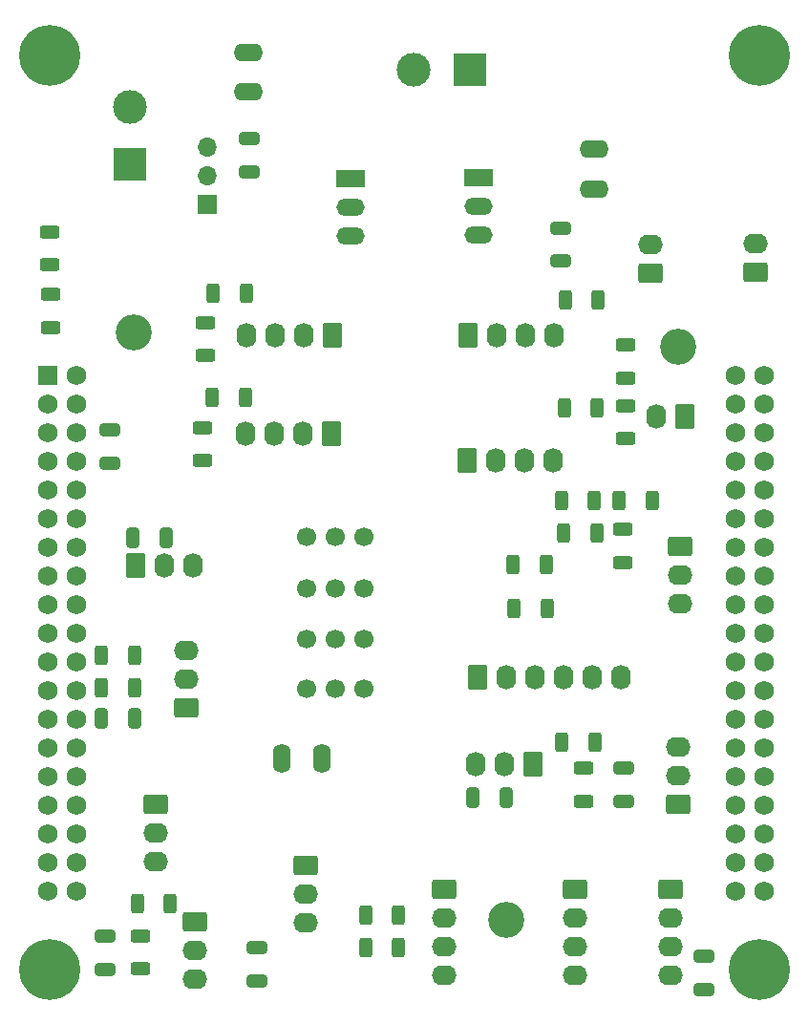
<source format=gbr>
%TF.GenerationSoftware,KiCad,Pcbnew,8.0.7-8.0.7-0~ubuntu22.04.1*%
%TF.CreationDate,2025-12-10T15:44:22+01:00*%
%TF.ProjectId,Electrobot-G474,456c6563-7472-46f6-926f-742d47343734,rev?*%
%TF.SameCoordinates,Original*%
%TF.FileFunction,Soldermask,Top*%
%TF.FilePolarity,Negative*%
%FSLAX46Y46*%
G04 Gerber Fmt 4.6, Leading zero omitted, Abs format (unit mm)*
G04 Created by KiCad (PCBNEW 8.0.7-8.0.7-0~ubuntu22.04.1) date 2025-12-10 15:44:22*
%MOMM*%
%LPD*%
G01*
G04 APERTURE LIST*
G04 Aperture macros list*
%AMRoundRect*
0 Rectangle with rounded corners*
0 $1 Rounding radius*
0 $2 $3 $4 $5 $6 $7 $8 $9 X,Y pos of 4 corners*
0 Add a 4 corners polygon primitive as box body*
4,1,4,$2,$3,$4,$5,$6,$7,$8,$9,$2,$3,0*
0 Add four circle primitives for the rounded corners*
1,1,$1+$1,$2,$3*
1,1,$1+$1,$4,$5*
1,1,$1+$1,$6,$7*
1,1,$1+$1,$8,$9*
0 Add four rect primitives between the rounded corners*
20,1,$1+$1,$2,$3,$4,$5,0*
20,1,$1+$1,$4,$5,$6,$7,0*
20,1,$1+$1,$6,$7,$8,$9,0*
20,1,$1+$1,$8,$9,$2,$3,0*%
G04 Aperture macros list end*
%ADD10RoundRect,0.250000X-0.312500X-0.625000X0.312500X-0.625000X0.312500X0.625000X-0.312500X0.625000X0*%
%ADD11RoundRect,0.250000X0.625000X-0.312500X0.625000X0.312500X-0.625000X0.312500X-0.625000X-0.312500X0*%
%ADD12C,5.400000*%
%ADD13RoundRect,0.250000X0.312500X0.625000X-0.312500X0.625000X-0.312500X-0.625000X0.312500X-0.625000X0*%
%ADD14RoundRect,0.250000X-0.325000X-0.650000X0.325000X-0.650000X0.325000X0.650000X-0.325000X0.650000X0*%
%ADD15RoundRect,0.250000X0.650000X-0.325000X0.650000X0.325000X-0.650000X0.325000X-0.650000X-0.325000X0*%
%ADD16RoundRect,0.250000X0.325000X0.650000X-0.325000X0.650000X-0.325000X-0.650000X0.325000X-0.650000X0*%
%ADD17RoundRect,0.250000X-0.625000X0.312500X-0.625000X-0.312500X0.625000X-0.312500X0.625000X0.312500X0*%
%ADD18RoundRect,0.250000X-0.650000X0.325000X-0.650000X-0.325000X0.650000X-0.325000X0.650000X0.325000X0*%
%ADD19C,3.200000*%
%ADD20RoundRect,0.102000X-0.762000X-0.762000X0.762000X-0.762000X0.762000X0.762000X-0.762000X0.762000X0*%
%ADD21C,1.728000*%
%ADD22R,3.000000X3.000000*%
%ADD23C,3.000000*%
%ADD24RoundRect,0.250000X-0.845000X0.620000X-0.845000X-0.620000X0.845000X-0.620000X0.845000X0.620000X0*%
%ADD25O,2.190000X1.740000*%
%ADD26O,1.600000X2.600000*%
%ADD27RoundRect,0.250000X-0.620000X-0.845000X0.620000X-0.845000X0.620000X0.845000X-0.620000X0.845000X0*%
%ADD28O,1.740000X2.190000*%
%ADD29RoundRect,0.250000X0.845000X-0.620000X0.845000X0.620000X-0.845000X0.620000X-0.845000X-0.620000X0*%
%ADD30RoundRect,0.250000X0.620000X0.845000X-0.620000X0.845000X-0.620000X-0.845000X0.620000X-0.845000X0*%
%ADD31C,1.700000*%
%ADD32R,2.500000X1.500000*%
%ADD33O,2.500000X1.500000*%
%ADD34R,1.700000X1.700000*%
%ADD35O,1.700000X1.700000*%
%ADD36O,2.600000X1.600000*%
G04 APERTURE END LIST*
D10*
%TO.C,R9*%
X140297500Y-107890000D03*
X143222500Y-107890000D03*
%TD*%
%TO.C,R14*%
X99482500Y-103090000D03*
X102407500Y-103090000D03*
%TD*%
D11*
%TO.C,R11*%
X108740000Y-73622500D03*
X108740000Y-70697500D03*
%TD*%
D12*
%TO.C,H4*%
X157800000Y-128020000D03*
%TD*%
D13*
%TO.C,R24*%
X138920000Y-92130000D03*
X135995000Y-92130000D03*
%TD*%
%TO.C,R10*%
X105592500Y-122180000D03*
X102667500Y-122180000D03*
%TD*%
D14*
%TO.C,C12*%
X132425000Y-112780000D03*
X135375000Y-112780000D03*
%TD*%
D13*
%TO.C,R23*%
X138990000Y-96050000D03*
X136065000Y-96050000D03*
%TD*%
D11*
%TO.C,R1*%
X94900000Y-65592500D03*
X94900000Y-62667500D03*
%TD*%
D10*
%TO.C,R18*%
X145397500Y-86480000D03*
X148322500Y-86480000D03*
%TD*%
D15*
%TO.C,C10*%
X145770000Y-113155000D03*
X145770000Y-110205000D03*
%TD*%
D16*
%TO.C,C9*%
X102420000Y-105800000D03*
X99470000Y-105800000D03*
%TD*%
D17*
%TO.C,R15*%
X142230000Y-110217500D03*
X142230000Y-113142500D03*
%TD*%
D12*
%TO.C,H3*%
X94910000Y-128020000D03*
%TD*%
D13*
%TO.C,R8*%
X102407500Y-100210000D03*
X99482500Y-100210000D03*
%TD*%
D18*
%TO.C,C2*%
X112630000Y-54405000D03*
X112630000Y-57355000D03*
%TD*%
D14*
%TO.C,C5*%
X102270000Y-89770000D03*
X105220000Y-89770000D03*
%TD*%
D17*
%TO.C,R13*%
X145710000Y-89027500D03*
X145710000Y-91952500D03*
%TD*%
D10*
%TO.C,R3*%
X140587500Y-68730000D03*
X143512500Y-68730000D03*
%TD*%
D18*
%TO.C,C13*%
X152900000Y-126875000D03*
X152900000Y-129825000D03*
%TD*%
D13*
%TO.C,R7*%
X112332500Y-68150000D03*
X109407500Y-68150000D03*
%TD*%
D11*
%TO.C,R22*%
X108470000Y-82942500D03*
X108470000Y-80017500D03*
%TD*%
D10*
%TO.C,R20*%
X122917500Y-123190000D03*
X125842500Y-123190000D03*
%TD*%
D12*
%TO.C,H1*%
X157800000Y-46990000D03*
%TD*%
%TO.C,H2*%
X94910000Y-46990000D03*
%TD*%
D17*
%TO.C,R16*%
X102970000Y-125055000D03*
X102970000Y-127980000D03*
%TD*%
D10*
%TO.C,R12*%
X140497500Y-89370000D03*
X143422500Y-89370000D03*
%TD*%
%TO.C,R21*%
X122917500Y-126140000D03*
X125842500Y-126140000D03*
%TD*%
D15*
%TO.C,C11*%
X99810000Y-128055000D03*
X99810000Y-125105000D03*
%TD*%
D13*
%TO.C,R19*%
X112242500Y-77360000D03*
X109317500Y-77360000D03*
%TD*%
D18*
%TO.C,C7*%
X140180000Y-62325000D03*
X140180000Y-65275000D03*
%TD*%
D19*
%TO.C,U3*%
X102369700Y-71550000D03*
X135389700Y-123620000D03*
X150629700Y-72820000D03*
D20*
X94749700Y-75360000D03*
D21*
X97289700Y-75360000D03*
X94749700Y-77900000D03*
X97289700Y-77900000D03*
X94749700Y-80440000D03*
X97289700Y-80440000D03*
X94749700Y-82980000D03*
X97289700Y-82980000D03*
X94749700Y-85520000D03*
X97289700Y-85520000D03*
X94749700Y-88060000D03*
X97289700Y-88060000D03*
X94749700Y-90600000D03*
X97289700Y-90600000D03*
X94749700Y-93140000D03*
X97289700Y-93140000D03*
X94749700Y-95680000D03*
X97289700Y-95680000D03*
X94749700Y-98220000D03*
X97289700Y-98220000D03*
X94749700Y-100760000D03*
X97289700Y-100760000D03*
X94749700Y-103300000D03*
X97289700Y-103300000D03*
X94749700Y-105840000D03*
X97289700Y-105840000D03*
X94749700Y-108380000D03*
X97289700Y-108380000D03*
X94749700Y-110920000D03*
X97289700Y-110920000D03*
X94749700Y-113460000D03*
X97289700Y-113460000D03*
X94749700Y-116000000D03*
X97289700Y-116000000D03*
X94749700Y-118540000D03*
X97289700Y-118540000D03*
X94749700Y-121080000D03*
X97289700Y-121080000D03*
X155709700Y-75360000D03*
X158249700Y-75360000D03*
X155709700Y-77900000D03*
X158249700Y-77900000D03*
X155709700Y-80440000D03*
X158249700Y-80440000D03*
X155709700Y-82980000D03*
X158249700Y-82980000D03*
X155709700Y-85520000D03*
X158249700Y-85520000D03*
X155709700Y-88060000D03*
X158249700Y-88060000D03*
X155709700Y-90600000D03*
X158249700Y-90600000D03*
X155709700Y-93140000D03*
X158249700Y-93140000D03*
X155709700Y-95680000D03*
X158249700Y-95680000D03*
X155709700Y-98220000D03*
X158249700Y-98220000D03*
X155709700Y-100760000D03*
X158249700Y-100760000D03*
X155709700Y-103300000D03*
X158249700Y-103300000D03*
X155709700Y-105840000D03*
X158249700Y-105840000D03*
X155709700Y-108380000D03*
X158249700Y-108380000D03*
X155709700Y-110920000D03*
X158249700Y-110920000D03*
X155709700Y-113460000D03*
X158249700Y-113460000D03*
X155709700Y-116000000D03*
X158249700Y-116000000D03*
X155709700Y-118540000D03*
X158249700Y-118540000D03*
X155709700Y-121080000D03*
X158249700Y-121080000D03*
%TD*%
D10*
%TO.C,R17*%
X140267500Y-86510000D03*
X143192500Y-86510000D03*
%TD*%
D11*
%TO.C,R4*%
X146000000Y-75612500D03*
X146000000Y-72687500D03*
%TD*%
D17*
%TO.C,R2*%
X94990000Y-68207500D03*
X94990000Y-71132500D03*
%TD*%
D18*
%TO.C,C4*%
X100230000Y-80230000D03*
X100230000Y-83180000D03*
%TD*%
D10*
%TO.C,R5*%
X140507500Y-78280000D03*
X143432500Y-78280000D03*
%TD*%
D15*
%TO.C,C8*%
X113280000Y-129030000D03*
X113280000Y-126080000D03*
%TD*%
D17*
%TO.C,R6*%
X145960000Y-78097500D03*
X145960000Y-81022500D03*
%TD*%
D22*
%TO.C,J3*%
X102030000Y-56640000D03*
D23*
X102030000Y-51640000D03*
%TD*%
D24*
%TO.C,J12*%
X150770000Y-90550000D03*
D25*
X150770000Y-93090000D03*
X150770000Y-95630000D03*
%TD*%
D26*
%TO.C,C6*%
X119010000Y-109340000D03*
X115510000Y-109340000D03*
%TD*%
D27*
%TO.C,J1*%
X102485000Y-92220000D03*
D28*
X105025000Y-92220000D03*
X107565000Y-92220000D03*
%TD*%
D24*
%TO.C,J13*%
X104330000Y-113440000D03*
D25*
X104330000Y-115980000D03*
X104330000Y-118520000D03*
%TD*%
D29*
%TO.C,J7*%
X107020000Y-104860000D03*
D25*
X107020000Y-102320000D03*
X107020000Y-99780000D03*
%TD*%
D30*
%TO.C,J14*%
X120000000Y-71830000D03*
D28*
X117460000Y-71830000D03*
X114920000Y-71830000D03*
X112380000Y-71830000D03*
%TD*%
D30*
%TO.C,J8*%
X137750000Y-109890000D03*
D28*
X135210000Y-109890000D03*
X132670000Y-109890000D03*
%TD*%
D24*
%TO.C,J10*%
X117570000Y-118850000D03*
D25*
X117570000Y-121390000D03*
X117570000Y-123930000D03*
%TD*%
D24*
%TO.C,J9*%
X107810000Y-123820000D03*
D25*
X107810000Y-126360000D03*
X107810000Y-128900000D03*
%TD*%
D31*
%TO.C,J17*%
X117713500Y-94250000D03*
X120253500Y-94250000D03*
X122793500Y-94250000D03*
%TD*%
D24*
%TO.C,J22*%
X141470000Y-120980000D03*
D25*
X141470000Y-123520000D03*
X141470000Y-126060000D03*
X141470000Y-128600000D03*
%TD*%
D32*
%TO.C,U2*%
X121600000Y-57920000D03*
D33*
X121600000Y-60460000D03*
X121600000Y-63000000D03*
%TD*%
D22*
%TO.C,J2*%
X132150000Y-48340000D03*
D23*
X127150000Y-48340000D03*
%TD*%
D29*
%TO.C,J16*%
X150640000Y-113410000D03*
D25*
X150640000Y-110870000D03*
X150640000Y-108330000D03*
%TD*%
D32*
%TO.C,U1*%
X132900000Y-57850000D03*
D33*
X132900000Y-60390000D03*
X132900000Y-62930000D03*
%TD*%
D34*
%TO.C,JP1*%
X108840000Y-60275000D03*
D35*
X108840000Y-57735000D03*
X108840000Y-55195000D03*
%TD*%
D36*
%TO.C,C3*%
X143180000Y-58860000D03*
X143180000Y-55360000D03*
%TD*%
D27*
%TO.C,J19*%
X132870000Y-102130000D03*
D28*
X135410000Y-102130000D03*
X137950000Y-102130000D03*
X140490000Y-102130000D03*
X143030000Y-102130000D03*
X145570000Y-102130000D03*
%TD*%
D36*
%TO.C,C1*%
X112480000Y-50240000D03*
X112480000Y-46740000D03*
%TD*%
D27*
%TO.C,J11*%
X131950000Y-71840000D03*
D28*
X134490000Y-71840000D03*
X137030000Y-71840000D03*
X139570000Y-71840000D03*
%TD*%
D30*
%TO.C,J6*%
X151190000Y-79070000D03*
D28*
X148650000Y-79070000D03*
%TD*%
D24*
%TO.C,J21*%
X129860000Y-120980000D03*
D25*
X129860000Y-123520000D03*
X129860000Y-126060000D03*
X129860000Y-128600000D03*
%TD*%
D31*
%TO.C,J18*%
X117713500Y-103130000D03*
X120253500Y-103130000D03*
X122793500Y-103130000D03*
%TD*%
D30*
%TO.C,J20*%
X119870000Y-80550000D03*
D28*
X117330000Y-80550000D03*
X114790000Y-80550000D03*
X112250000Y-80550000D03*
%TD*%
D31*
%TO.C,J24*%
X117713500Y-98740000D03*
X120253500Y-98740000D03*
X122793500Y-98740000D03*
%TD*%
D29*
%TO.C,J5*%
X157460000Y-66270000D03*
D25*
X157460000Y-63730000D03*
%TD*%
D27*
%TO.C,J15*%
X131900000Y-82920000D03*
D28*
X134440000Y-82920000D03*
X136980000Y-82920000D03*
X139520000Y-82920000D03*
%TD*%
D31*
%TO.C,J25*%
X117713500Y-89670000D03*
X120253500Y-89670000D03*
X122793500Y-89670000D03*
%TD*%
D29*
%TO.C,J4*%
X148200000Y-66330000D03*
D25*
X148200000Y-63790000D03*
%TD*%
D24*
%TO.C,J23*%
X149950000Y-120980000D03*
D25*
X149950000Y-123520000D03*
X149950000Y-126060000D03*
X149950000Y-128600000D03*
%TD*%
M02*

</source>
